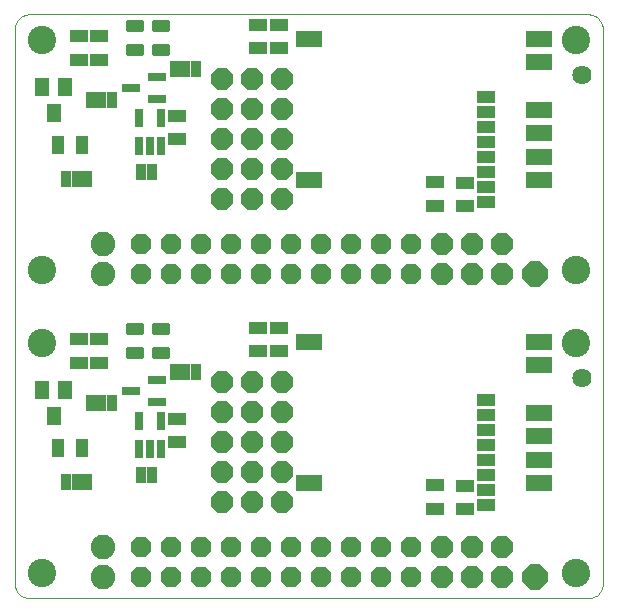
<source format=gbs>
G75*
%MOIN*%
%OFA0B0*%
%FSLAX24Y24*%
%IPPOS*%
%LPD*%
%AMOC8*
5,1,8,0,0,1.08239X$1,22.5*
%
%ADD10C,0.0000*%
%ADD11C,0.0946*%
%ADD12R,0.0592X0.0435*%
%ADD13R,0.0867X0.0580*%
%ADD14C,0.0640*%
%ADD15R,0.0330X0.0580*%
%ADD16OC8,0.0740*%
%ADD17C,0.0820*%
%ADD18R,0.0300X0.0600*%
%ADD19R,0.0600X0.0300*%
%ADD20R,0.0631X0.0434*%
%ADD21R,0.0474X0.0631*%
%ADD22R,0.0435X0.0592*%
%ADD23OC8,0.0680*%
%ADD24OC8,0.0720*%
%ADD25OC8,0.0840*%
%ADD26C,0.0099*%
D10*
X005610Y001350D02*
X005610Y019820D01*
X005612Y019864D01*
X005618Y019907D01*
X005627Y019949D01*
X005640Y019991D01*
X005657Y020031D01*
X005677Y020070D01*
X005700Y020107D01*
X005727Y020141D01*
X005756Y020174D01*
X005789Y020203D01*
X005823Y020230D01*
X005860Y020253D01*
X005899Y020273D01*
X005939Y020290D01*
X005981Y020303D01*
X006023Y020312D01*
X006066Y020318D01*
X006110Y020320D01*
X024716Y020320D01*
X024760Y020318D01*
X024803Y020312D01*
X024845Y020303D01*
X024887Y020290D01*
X024927Y020273D01*
X024966Y020253D01*
X025003Y020230D01*
X025037Y020203D01*
X025070Y020174D01*
X025099Y020141D01*
X025126Y020107D01*
X025149Y020070D01*
X025169Y020031D01*
X025186Y019991D01*
X025199Y019949D01*
X025208Y019907D01*
X025214Y019864D01*
X025216Y019820D01*
X025216Y001350D01*
X025214Y001306D01*
X025208Y001263D01*
X025199Y001221D01*
X025186Y001179D01*
X025169Y001139D01*
X025149Y001100D01*
X025126Y001063D01*
X025099Y001029D01*
X025070Y000996D01*
X025037Y000967D01*
X025003Y000940D01*
X024966Y000917D01*
X024927Y000897D01*
X024887Y000880D01*
X024845Y000867D01*
X024803Y000858D01*
X024760Y000852D01*
X024716Y000850D01*
X006110Y000850D01*
X006066Y000852D01*
X006023Y000858D01*
X005981Y000867D01*
X005939Y000880D01*
X005899Y000897D01*
X005860Y000917D01*
X005823Y000940D01*
X005789Y000967D01*
X005756Y000996D01*
X005727Y001029D01*
X005700Y001063D01*
X005677Y001100D01*
X005657Y001139D01*
X005640Y001179D01*
X005627Y001221D01*
X005618Y001263D01*
X005612Y001306D01*
X005610Y001350D01*
X006075Y001698D02*
X006077Y001739D01*
X006083Y001780D01*
X006093Y001820D01*
X006106Y001859D01*
X006123Y001896D01*
X006144Y001932D01*
X006168Y001966D01*
X006195Y001997D01*
X006224Y002025D01*
X006257Y002051D01*
X006291Y002073D01*
X006328Y002092D01*
X006366Y002107D01*
X006406Y002119D01*
X006446Y002127D01*
X006487Y002131D01*
X006529Y002131D01*
X006570Y002127D01*
X006610Y002119D01*
X006650Y002107D01*
X006688Y002092D01*
X006724Y002073D01*
X006759Y002051D01*
X006792Y002025D01*
X006821Y001997D01*
X006848Y001966D01*
X006872Y001932D01*
X006893Y001896D01*
X006910Y001859D01*
X006923Y001820D01*
X006933Y001780D01*
X006939Y001739D01*
X006941Y001698D01*
X006939Y001657D01*
X006933Y001616D01*
X006923Y001576D01*
X006910Y001537D01*
X006893Y001500D01*
X006872Y001464D01*
X006848Y001430D01*
X006821Y001399D01*
X006792Y001371D01*
X006759Y001345D01*
X006725Y001323D01*
X006688Y001304D01*
X006650Y001289D01*
X006610Y001277D01*
X006570Y001269D01*
X006529Y001265D01*
X006487Y001265D01*
X006446Y001269D01*
X006406Y001277D01*
X006366Y001289D01*
X006328Y001304D01*
X006292Y001323D01*
X006257Y001345D01*
X006224Y001371D01*
X006195Y001399D01*
X006168Y001430D01*
X006144Y001464D01*
X006123Y001500D01*
X006106Y001537D01*
X006093Y001576D01*
X006083Y001616D01*
X006077Y001657D01*
X006075Y001698D01*
X006075Y009372D02*
X006077Y009413D01*
X006083Y009454D01*
X006093Y009494D01*
X006106Y009533D01*
X006123Y009570D01*
X006144Y009606D01*
X006168Y009640D01*
X006195Y009671D01*
X006224Y009699D01*
X006257Y009725D01*
X006291Y009747D01*
X006328Y009766D01*
X006366Y009781D01*
X006406Y009793D01*
X006446Y009801D01*
X006487Y009805D01*
X006529Y009805D01*
X006570Y009801D01*
X006610Y009793D01*
X006650Y009781D01*
X006688Y009766D01*
X006724Y009747D01*
X006759Y009725D01*
X006792Y009699D01*
X006821Y009671D01*
X006848Y009640D01*
X006872Y009606D01*
X006893Y009570D01*
X006910Y009533D01*
X006923Y009494D01*
X006933Y009454D01*
X006939Y009413D01*
X006941Y009372D01*
X006939Y009331D01*
X006933Y009290D01*
X006923Y009250D01*
X006910Y009211D01*
X006893Y009174D01*
X006872Y009138D01*
X006848Y009104D01*
X006821Y009073D01*
X006792Y009045D01*
X006759Y009019D01*
X006725Y008997D01*
X006688Y008978D01*
X006650Y008963D01*
X006610Y008951D01*
X006570Y008943D01*
X006529Y008939D01*
X006487Y008939D01*
X006446Y008943D01*
X006406Y008951D01*
X006366Y008963D01*
X006328Y008978D01*
X006292Y008997D01*
X006257Y009019D01*
X006224Y009045D01*
X006195Y009073D01*
X006168Y009104D01*
X006144Y009138D01*
X006123Y009174D01*
X006106Y009211D01*
X006093Y009250D01*
X006083Y009290D01*
X006077Y009331D01*
X006075Y009372D01*
X006075Y011798D02*
X006077Y011839D01*
X006083Y011880D01*
X006093Y011920D01*
X006106Y011959D01*
X006123Y011996D01*
X006144Y012032D01*
X006168Y012066D01*
X006195Y012097D01*
X006224Y012125D01*
X006257Y012151D01*
X006291Y012173D01*
X006328Y012192D01*
X006366Y012207D01*
X006406Y012219D01*
X006446Y012227D01*
X006487Y012231D01*
X006529Y012231D01*
X006570Y012227D01*
X006610Y012219D01*
X006650Y012207D01*
X006688Y012192D01*
X006724Y012173D01*
X006759Y012151D01*
X006792Y012125D01*
X006821Y012097D01*
X006848Y012066D01*
X006872Y012032D01*
X006893Y011996D01*
X006910Y011959D01*
X006923Y011920D01*
X006933Y011880D01*
X006939Y011839D01*
X006941Y011798D01*
X006939Y011757D01*
X006933Y011716D01*
X006923Y011676D01*
X006910Y011637D01*
X006893Y011600D01*
X006872Y011564D01*
X006848Y011530D01*
X006821Y011499D01*
X006792Y011471D01*
X006759Y011445D01*
X006725Y011423D01*
X006688Y011404D01*
X006650Y011389D01*
X006610Y011377D01*
X006570Y011369D01*
X006529Y011365D01*
X006487Y011365D01*
X006446Y011369D01*
X006406Y011377D01*
X006366Y011389D01*
X006328Y011404D01*
X006292Y011423D01*
X006257Y011445D01*
X006224Y011471D01*
X006195Y011499D01*
X006168Y011530D01*
X006144Y011564D01*
X006123Y011600D01*
X006106Y011637D01*
X006093Y011676D01*
X006083Y011716D01*
X006077Y011757D01*
X006075Y011798D01*
X006075Y019472D02*
X006077Y019513D01*
X006083Y019554D01*
X006093Y019594D01*
X006106Y019633D01*
X006123Y019670D01*
X006144Y019706D01*
X006168Y019740D01*
X006195Y019771D01*
X006224Y019799D01*
X006257Y019825D01*
X006291Y019847D01*
X006328Y019866D01*
X006366Y019881D01*
X006406Y019893D01*
X006446Y019901D01*
X006487Y019905D01*
X006529Y019905D01*
X006570Y019901D01*
X006610Y019893D01*
X006650Y019881D01*
X006688Y019866D01*
X006724Y019847D01*
X006759Y019825D01*
X006792Y019799D01*
X006821Y019771D01*
X006848Y019740D01*
X006872Y019706D01*
X006893Y019670D01*
X006910Y019633D01*
X006923Y019594D01*
X006933Y019554D01*
X006939Y019513D01*
X006941Y019472D01*
X006939Y019431D01*
X006933Y019390D01*
X006923Y019350D01*
X006910Y019311D01*
X006893Y019274D01*
X006872Y019238D01*
X006848Y019204D01*
X006821Y019173D01*
X006792Y019145D01*
X006759Y019119D01*
X006725Y019097D01*
X006688Y019078D01*
X006650Y019063D01*
X006610Y019051D01*
X006570Y019043D01*
X006529Y019039D01*
X006487Y019039D01*
X006446Y019043D01*
X006406Y019051D01*
X006366Y019063D01*
X006328Y019078D01*
X006292Y019097D01*
X006257Y019119D01*
X006224Y019145D01*
X006195Y019173D01*
X006168Y019204D01*
X006144Y019238D01*
X006123Y019274D01*
X006106Y019311D01*
X006093Y019350D01*
X006083Y019390D01*
X006077Y019431D01*
X006075Y019472D01*
X023885Y019472D02*
X023887Y019513D01*
X023893Y019554D01*
X023903Y019594D01*
X023916Y019633D01*
X023933Y019670D01*
X023954Y019706D01*
X023978Y019740D01*
X024005Y019771D01*
X024034Y019799D01*
X024067Y019825D01*
X024101Y019847D01*
X024138Y019866D01*
X024176Y019881D01*
X024216Y019893D01*
X024256Y019901D01*
X024297Y019905D01*
X024339Y019905D01*
X024380Y019901D01*
X024420Y019893D01*
X024460Y019881D01*
X024498Y019866D01*
X024534Y019847D01*
X024569Y019825D01*
X024602Y019799D01*
X024631Y019771D01*
X024658Y019740D01*
X024682Y019706D01*
X024703Y019670D01*
X024720Y019633D01*
X024733Y019594D01*
X024743Y019554D01*
X024749Y019513D01*
X024751Y019472D01*
X024749Y019431D01*
X024743Y019390D01*
X024733Y019350D01*
X024720Y019311D01*
X024703Y019274D01*
X024682Y019238D01*
X024658Y019204D01*
X024631Y019173D01*
X024602Y019145D01*
X024569Y019119D01*
X024535Y019097D01*
X024498Y019078D01*
X024460Y019063D01*
X024420Y019051D01*
X024380Y019043D01*
X024339Y019039D01*
X024297Y019039D01*
X024256Y019043D01*
X024216Y019051D01*
X024176Y019063D01*
X024138Y019078D01*
X024102Y019097D01*
X024067Y019119D01*
X024034Y019145D01*
X024005Y019173D01*
X023978Y019204D01*
X023954Y019238D01*
X023933Y019274D01*
X023916Y019311D01*
X023903Y019350D01*
X023893Y019390D01*
X023887Y019431D01*
X023885Y019472D01*
X023885Y011798D02*
X023887Y011839D01*
X023893Y011880D01*
X023903Y011920D01*
X023916Y011959D01*
X023933Y011996D01*
X023954Y012032D01*
X023978Y012066D01*
X024005Y012097D01*
X024034Y012125D01*
X024067Y012151D01*
X024101Y012173D01*
X024138Y012192D01*
X024176Y012207D01*
X024216Y012219D01*
X024256Y012227D01*
X024297Y012231D01*
X024339Y012231D01*
X024380Y012227D01*
X024420Y012219D01*
X024460Y012207D01*
X024498Y012192D01*
X024534Y012173D01*
X024569Y012151D01*
X024602Y012125D01*
X024631Y012097D01*
X024658Y012066D01*
X024682Y012032D01*
X024703Y011996D01*
X024720Y011959D01*
X024733Y011920D01*
X024743Y011880D01*
X024749Y011839D01*
X024751Y011798D01*
X024749Y011757D01*
X024743Y011716D01*
X024733Y011676D01*
X024720Y011637D01*
X024703Y011600D01*
X024682Y011564D01*
X024658Y011530D01*
X024631Y011499D01*
X024602Y011471D01*
X024569Y011445D01*
X024535Y011423D01*
X024498Y011404D01*
X024460Y011389D01*
X024420Y011377D01*
X024380Y011369D01*
X024339Y011365D01*
X024297Y011365D01*
X024256Y011369D01*
X024216Y011377D01*
X024176Y011389D01*
X024138Y011404D01*
X024102Y011423D01*
X024067Y011445D01*
X024034Y011471D01*
X024005Y011499D01*
X023978Y011530D01*
X023954Y011564D01*
X023933Y011600D01*
X023916Y011637D01*
X023903Y011676D01*
X023893Y011716D01*
X023887Y011757D01*
X023885Y011798D01*
X023885Y009372D02*
X023887Y009413D01*
X023893Y009454D01*
X023903Y009494D01*
X023916Y009533D01*
X023933Y009570D01*
X023954Y009606D01*
X023978Y009640D01*
X024005Y009671D01*
X024034Y009699D01*
X024067Y009725D01*
X024101Y009747D01*
X024138Y009766D01*
X024176Y009781D01*
X024216Y009793D01*
X024256Y009801D01*
X024297Y009805D01*
X024339Y009805D01*
X024380Y009801D01*
X024420Y009793D01*
X024460Y009781D01*
X024498Y009766D01*
X024534Y009747D01*
X024569Y009725D01*
X024602Y009699D01*
X024631Y009671D01*
X024658Y009640D01*
X024682Y009606D01*
X024703Y009570D01*
X024720Y009533D01*
X024733Y009494D01*
X024743Y009454D01*
X024749Y009413D01*
X024751Y009372D01*
X024749Y009331D01*
X024743Y009290D01*
X024733Y009250D01*
X024720Y009211D01*
X024703Y009174D01*
X024682Y009138D01*
X024658Y009104D01*
X024631Y009073D01*
X024602Y009045D01*
X024569Y009019D01*
X024535Y008997D01*
X024498Y008978D01*
X024460Y008963D01*
X024420Y008951D01*
X024380Y008943D01*
X024339Y008939D01*
X024297Y008939D01*
X024256Y008943D01*
X024216Y008951D01*
X024176Y008963D01*
X024138Y008978D01*
X024102Y008997D01*
X024067Y009019D01*
X024034Y009045D01*
X024005Y009073D01*
X023978Y009104D01*
X023954Y009138D01*
X023933Y009174D01*
X023916Y009211D01*
X023903Y009250D01*
X023893Y009290D01*
X023887Y009331D01*
X023885Y009372D01*
X023885Y001698D02*
X023887Y001739D01*
X023893Y001780D01*
X023903Y001820D01*
X023916Y001859D01*
X023933Y001896D01*
X023954Y001932D01*
X023978Y001966D01*
X024005Y001997D01*
X024034Y002025D01*
X024067Y002051D01*
X024101Y002073D01*
X024138Y002092D01*
X024176Y002107D01*
X024216Y002119D01*
X024256Y002127D01*
X024297Y002131D01*
X024339Y002131D01*
X024380Y002127D01*
X024420Y002119D01*
X024460Y002107D01*
X024498Y002092D01*
X024534Y002073D01*
X024569Y002051D01*
X024602Y002025D01*
X024631Y001997D01*
X024658Y001966D01*
X024682Y001932D01*
X024703Y001896D01*
X024720Y001859D01*
X024733Y001820D01*
X024743Y001780D01*
X024749Y001739D01*
X024751Y001698D01*
X024749Y001657D01*
X024743Y001616D01*
X024733Y001576D01*
X024720Y001537D01*
X024703Y001500D01*
X024682Y001464D01*
X024658Y001430D01*
X024631Y001399D01*
X024602Y001371D01*
X024569Y001345D01*
X024535Y001323D01*
X024498Y001304D01*
X024460Y001289D01*
X024420Y001277D01*
X024380Y001269D01*
X024339Y001265D01*
X024297Y001265D01*
X024256Y001269D01*
X024216Y001277D01*
X024176Y001289D01*
X024138Y001304D01*
X024102Y001323D01*
X024067Y001345D01*
X024034Y001371D01*
X024005Y001399D01*
X023978Y001430D01*
X023954Y001464D01*
X023933Y001500D01*
X023916Y001537D01*
X023903Y001576D01*
X023893Y001616D01*
X023887Y001657D01*
X023885Y001698D01*
D11*
X024318Y001698D03*
X024318Y009372D03*
X024318Y011798D03*
X024318Y019472D03*
X006508Y019472D03*
X006508Y011798D03*
X006508Y009372D03*
X006508Y001698D03*
D12*
X011010Y006056D03*
X011010Y006844D03*
X008410Y008706D03*
X007760Y008706D03*
X007760Y009494D03*
X008410Y009494D03*
X013720Y009874D03*
X014430Y009874D03*
X014430Y009086D03*
X013720Y009086D03*
X019620Y004614D03*
X019620Y003826D03*
X020610Y003816D03*
X020610Y004604D03*
X020610Y013916D03*
X020610Y014704D03*
X019620Y014714D03*
X019620Y013926D03*
X014430Y019186D03*
X013720Y019186D03*
X013720Y019974D03*
X014430Y019974D03*
X011010Y016944D03*
X011010Y016156D03*
X008410Y018806D03*
X007760Y018806D03*
X007760Y019594D03*
X008410Y019594D03*
D13*
X015423Y019506D03*
X015423Y014781D03*
X015423Y009406D03*
X015423Y004681D03*
X023100Y004681D03*
X023100Y005469D03*
X023100Y006256D03*
X023100Y007044D03*
X023100Y008619D03*
X023100Y009406D03*
X023100Y014781D03*
X023100Y015569D03*
X023100Y016356D03*
X023100Y017144D03*
X023100Y018719D03*
X023100Y019506D03*
D14*
X024520Y018290D03*
X024520Y008190D03*
D15*
X011645Y008410D03*
X011295Y008410D03*
X010945Y008410D03*
X008840Y007350D03*
X008490Y007350D03*
X008140Y007350D03*
X008020Y004730D03*
X007670Y004730D03*
X007320Y004730D03*
X009833Y004950D03*
X010187Y004950D03*
X008020Y014830D03*
X007670Y014830D03*
X007320Y014830D03*
X009833Y015050D03*
X010187Y015050D03*
X008840Y017450D03*
X008490Y017450D03*
X008140Y017450D03*
X010945Y018510D03*
X011295Y018510D03*
X011645Y018510D03*
D16*
X019860Y012650D03*
X019860Y011650D03*
X020860Y011650D03*
X021860Y011650D03*
X021860Y012650D03*
X020860Y012650D03*
X020860Y002550D03*
X021860Y002550D03*
X021860Y001550D03*
X020860Y001550D03*
X019860Y001550D03*
X019860Y002550D03*
D17*
X008560Y002550D03*
X008560Y001550D03*
X008560Y011650D03*
X008560Y012650D03*
D18*
X009740Y015940D03*
X010110Y015940D03*
X010480Y015940D03*
X010480Y016860D03*
X009740Y016860D03*
X009740Y006760D03*
X010480Y006760D03*
X010480Y005840D03*
X010110Y005840D03*
X009740Y005840D03*
D19*
X010340Y007380D03*
X010340Y008120D03*
X009480Y007750D03*
X010340Y017480D03*
X010340Y018220D03*
X009480Y017850D03*
D20*
X021331Y017560D03*
X021331Y017060D03*
X021331Y016560D03*
X021331Y016060D03*
X021331Y015560D03*
X021331Y015060D03*
X021331Y014560D03*
X021331Y014060D03*
X021331Y007460D03*
X021331Y006960D03*
X021331Y006460D03*
X021331Y005960D03*
X021331Y005460D03*
X021331Y004960D03*
X021331Y004460D03*
X021331Y003960D03*
D21*
X007284Y007783D03*
X006536Y007783D03*
X006910Y006917D03*
X006910Y017017D03*
X006536Y017883D03*
X007284Y017883D03*
D22*
X007066Y015950D03*
X007854Y015950D03*
X007854Y005850D03*
X007066Y005850D03*
D23*
X009810Y002550D03*
X010810Y002550D03*
X010810Y001550D03*
X009810Y001550D03*
X011810Y001550D03*
X012810Y001550D03*
X012810Y002550D03*
X011810Y002550D03*
X013810Y002550D03*
X014810Y002550D03*
X014810Y001550D03*
X013810Y001550D03*
X015810Y001550D03*
X016810Y001550D03*
X016810Y002550D03*
X015810Y002550D03*
X017810Y002550D03*
X018810Y002550D03*
X018810Y001550D03*
X017810Y001550D03*
X017810Y011650D03*
X018810Y011650D03*
X018810Y012650D03*
X017810Y012650D03*
X016810Y012650D03*
X015810Y012650D03*
X014810Y012650D03*
X013810Y012650D03*
X012810Y012650D03*
X011810Y012650D03*
X010810Y012650D03*
X009810Y012650D03*
X009810Y011650D03*
X010810Y011650D03*
X011810Y011650D03*
X012810Y011650D03*
X013810Y011650D03*
X014810Y011650D03*
X015810Y011650D03*
X016810Y011650D03*
D24*
X014510Y014150D03*
X013510Y014150D03*
X012510Y014150D03*
X012510Y015150D03*
X012520Y016150D03*
X012520Y017150D03*
X012520Y018150D03*
X013520Y018150D03*
X014520Y018150D03*
X014520Y017150D03*
X013520Y017150D03*
X013520Y016150D03*
X014520Y016150D03*
X014510Y015150D03*
X013510Y015150D03*
X013520Y008050D03*
X014520Y008050D03*
X014520Y007050D03*
X013520Y007050D03*
X012520Y007050D03*
X012520Y006050D03*
X012510Y005050D03*
X012510Y004050D03*
X013510Y004050D03*
X014510Y004050D03*
X014510Y005050D03*
X013510Y005050D03*
X013520Y006050D03*
X014520Y006050D03*
X012520Y008050D03*
D25*
X022960Y011650D03*
X022960Y001550D03*
D26*
X010213Y008908D02*
X010213Y009204D01*
X010707Y009204D01*
X010707Y008908D01*
X010213Y008908D01*
X010213Y009006D02*
X010707Y009006D01*
X010707Y009104D02*
X010213Y009104D01*
X010213Y009202D02*
X010707Y009202D01*
X010213Y009696D02*
X010213Y009992D01*
X010707Y009992D01*
X010707Y009696D01*
X010213Y009696D01*
X010213Y009794D02*
X010707Y009794D01*
X010707Y009892D02*
X010213Y009892D01*
X010213Y009990D02*
X010707Y009990D01*
X009363Y009992D02*
X009363Y009696D01*
X009363Y009992D02*
X009857Y009992D01*
X009857Y009696D01*
X009363Y009696D01*
X009363Y009794D02*
X009857Y009794D01*
X009857Y009892D02*
X009363Y009892D01*
X009363Y009990D02*
X009857Y009990D01*
X009363Y009204D02*
X009363Y008908D01*
X009363Y009204D02*
X009857Y009204D01*
X009857Y008908D01*
X009363Y008908D01*
X009363Y009006D02*
X009857Y009006D01*
X009857Y009104D02*
X009363Y009104D01*
X009363Y009202D02*
X009857Y009202D01*
X009363Y019008D02*
X009363Y019304D01*
X009857Y019304D01*
X009857Y019008D01*
X009363Y019008D01*
X009363Y019106D02*
X009857Y019106D01*
X009857Y019204D02*
X009363Y019204D01*
X009363Y019302D02*
X009857Y019302D01*
X010213Y019304D02*
X010213Y019008D01*
X010213Y019304D02*
X010707Y019304D01*
X010707Y019008D01*
X010213Y019008D01*
X010213Y019106D02*
X010707Y019106D01*
X010707Y019204D02*
X010213Y019204D01*
X010213Y019302D02*
X010707Y019302D01*
X010213Y019796D02*
X010213Y020092D01*
X010707Y020092D01*
X010707Y019796D01*
X010213Y019796D01*
X010213Y019894D02*
X010707Y019894D01*
X010707Y019992D02*
X010213Y019992D01*
X010213Y020090D02*
X010707Y020090D01*
X009363Y020092D02*
X009363Y019796D01*
X009363Y020092D02*
X009857Y020092D01*
X009857Y019796D01*
X009363Y019796D01*
X009363Y019894D02*
X009857Y019894D01*
X009857Y019992D02*
X009363Y019992D01*
X009363Y020090D02*
X009857Y020090D01*
M02*

</source>
